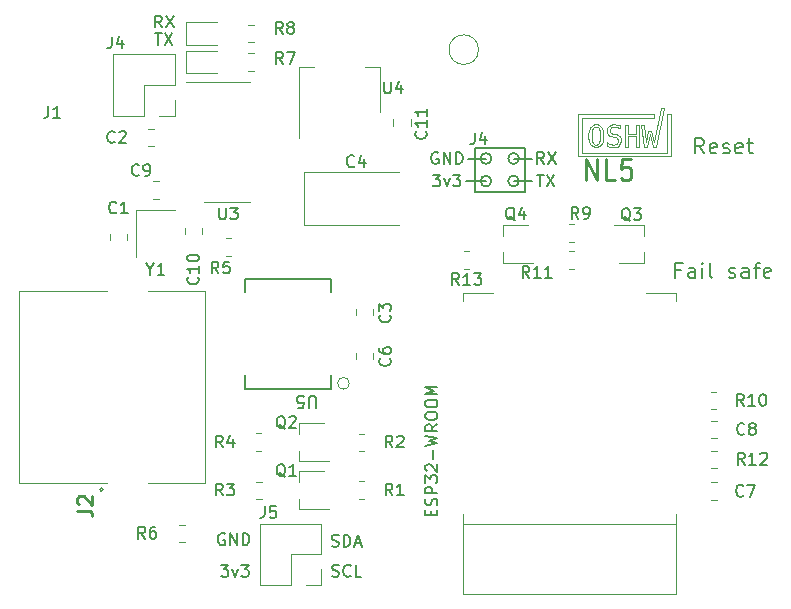
<source format=gto>
G04 #@! TF.GenerationSoftware,KiCad,Pcbnew,(6.0.8-1)-1*
G04 #@! TF.CreationDate,2023-02-13T12:35:40+01:00*
G04 #@! TF.ProjectId,ithowifi_4l,6974686f-7769-4666-995f-346c2e6b6963,rev?*
G04 #@! TF.SameCoordinates,Original*
G04 #@! TF.FileFunction,Legend,Top*
G04 #@! TF.FilePolarity,Positive*
%FSLAX46Y46*%
G04 Gerber Fmt 4.6, Leading zero omitted, Abs format (unit mm)*
G04 Created by KiCad (PCBNEW (6.0.8-1)-1) date 2023-02-13 12:35:40*
%MOMM*%
%LPD*%
G01*
G04 APERTURE LIST*
%ADD10C,0.150000*%
%ADD11C,0.120000*%
%ADD12C,0.223242*%
%ADD13C,0.254000*%
%ADD14C,0.100000*%
%ADD15C,0.200000*%
G04 APERTURE END LIST*
D10*
X90043000Y-118364000D02*
X90043000Y-118491000D01*
X91389905Y-119253000D02*
G75*
G03*
X91389905Y-119253000I-457905J0D01*
G01*
X93726000Y-121158000D02*
G75*
G03*
X93726000Y-121158000I-457905J0D01*
G01*
X93726000Y-119253000D02*
G75*
G03*
X93726000Y-119253000I-457905J0D01*
G01*
D11*
X99651693Y-116889581D02*
X99740710Y-116629383D01*
X102694384Y-116385188D02*
X102694384Y-116385188D01*
X101214941Y-118170605D02*
X101192894Y-118161511D01*
X100232672Y-116554961D02*
X100191605Y-116554961D01*
X104816910Y-117136774D02*
X104566364Y-118237000D01*
X100164321Y-116351558D02*
X100232672Y-116351558D01*
X99972500Y-117923361D02*
X100068964Y-118025621D01*
X102358713Y-117731286D02*
X102358713Y-117789401D01*
X100569740Y-117662655D02*
X100590964Y-117400273D01*
X99875487Y-117225267D02*
X99875487Y-117312897D01*
X101486960Y-117058542D02*
X101697805Y-117148356D01*
X99076500Y-115791031D02*
X105179825Y-115791031D01*
X102222285Y-118111067D02*
X102195000Y-118134232D01*
X100673372Y-118074389D02*
X100506078Y-118213327D01*
X101456917Y-118244722D02*
X101434869Y-118240048D01*
X101266477Y-117195499D02*
X101198405Y-117076982D01*
X102119211Y-117694050D02*
X102058297Y-117547187D01*
X101437902Y-117318130D02*
X101305339Y-117234919D01*
X100814205Y-117735147D02*
X100724629Y-117995040D01*
X104685389Y-116893696D02*
X104946907Y-116893696D01*
X100520683Y-116758923D02*
X100506626Y-116729967D01*
X101475667Y-117047772D02*
X101486960Y-117058542D01*
X102195000Y-118134232D02*
X102167715Y-118157346D01*
X102119211Y-117747237D02*
X102119211Y-117694050D01*
X101617602Y-117381528D02*
X101437902Y-117318130D01*
X103883917Y-118237000D02*
X103632000Y-118237000D01*
X101718750Y-118273119D02*
X101653157Y-118273119D01*
X99896153Y-116963139D02*
X99875487Y-117225267D01*
X100396385Y-118025875D02*
X100492570Y-117924733D01*
X100301023Y-118272865D02*
X100232672Y-118272865D01*
X104474569Y-117888360D02*
X104685389Y-116893696D01*
X100506078Y-116411096D02*
X100673372Y-116550034D01*
X101762296Y-116555266D02*
X101633309Y-116576196D01*
X100699006Y-116589709D02*
X100724629Y-116629383D01*
X101659766Y-118069716D02*
X101718750Y-118069716D01*
X100724629Y-116629383D02*
X100814205Y-116889581D01*
X102013928Y-117985388D02*
X102031292Y-117971062D01*
X100492570Y-116700757D02*
X100396385Y-116598548D01*
X101169460Y-116842997D02*
X101210806Y-116675713D01*
X100191605Y-116554961D02*
X100068964Y-116598548D01*
X99740710Y-117996107D02*
X99651693Y-117736519D01*
X100569740Y-116963139D02*
X100520683Y-116758923D01*
X100506078Y-118213327D02*
X100301023Y-118272865D01*
X101728671Y-117155824D02*
X101860136Y-117185593D01*
X101169460Y-116898928D02*
X101169460Y-116842997D01*
X101835605Y-116352117D02*
X101984160Y-116372793D01*
X101887421Y-118048481D02*
X101996286Y-117999459D01*
X101994081Y-118238372D02*
X101787371Y-118273119D01*
X103632000Y-117144241D02*
X103632000Y-116385188D01*
X101434321Y-116734692D02*
X101408687Y-116828926D01*
X101363490Y-116476983D02*
X101530231Y-116389353D01*
X102058297Y-117547187D02*
X102046171Y-117535046D01*
X100590964Y-117225267D02*
X100569740Y-116963139D01*
X100164046Y-118272865D02*
X99958997Y-118213327D01*
X106250029Y-118757639D02*
X99076500Y-118757639D01*
X99958444Y-117894456D02*
X99972500Y-117923361D01*
X102252053Y-116448586D02*
X102252053Y-116702993D01*
X100590964Y-117312897D02*
X100590964Y-117312897D01*
X101478694Y-118249395D02*
X101456917Y-118244722D01*
X100396385Y-116598548D02*
X100273464Y-116554961D01*
X102946301Y-118237000D02*
X102694384Y-118237000D01*
X99896153Y-117661538D02*
X99944382Y-117865246D01*
X105305504Y-118237000D02*
X105068471Y-118237000D01*
X103632000Y-118237000D02*
X103632000Y-117355061D01*
X102022747Y-116592452D02*
X102003723Y-116586153D01*
X102031292Y-117971062D02*
X102092750Y-117882873D01*
X102328944Y-117530372D02*
X102358713Y-117680842D01*
D10*
X90932000Y-119253000D02*
X89408000Y-119253000D01*
D11*
X102946301Y-117144241D02*
X103632000Y-117144241D01*
X102092750Y-117882873D02*
X102119211Y-117781172D01*
X100520683Y-117866617D02*
X100569740Y-117662655D01*
X100232672Y-118272865D02*
X100164046Y-118272865D01*
X101633309Y-116576196D02*
X101528859Y-116624456D01*
X99958997Y-118213327D02*
X99791703Y-118075253D01*
X101286046Y-117215361D02*
X101266477Y-117195499D01*
X101408687Y-116860371D02*
X101408687Y-116907209D01*
X105179825Y-115473531D02*
X98759000Y-115473531D01*
X104297073Y-116385188D02*
X104474569Y-117888360D01*
X105179825Y-115791031D02*
X105179825Y-115473531D01*
X105068471Y-118237000D02*
X104816910Y-117136774D01*
X104329281Y-118237000D02*
X104052878Y-116385188D01*
X99651693Y-117736519D02*
X99613654Y-117418714D01*
X102003997Y-116376958D02*
X102023570Y-116380819D01*
X100273464Y-116554961D02*
X100232672Y-116554961D01*
X100852788Y-117312897D02*
X100852788Y-117312897D01*
X102085033Y-117263571D02*
X102219800Y-117354807D01*
X105761079Y-115009371D02*
X106005274Y-115009371D01*
X101792059Y-116555266D02*
X101762296Y-116555266D01*
X99791703Y-118075253D02*
X99766343Y-118035832D01*
X101528859Y-116624456D02*
X101511770Y-116638477D01*
X100724629Y-117995040D02*
X100699006Y-118034715D01*
X100590964Y-117312897D02*
X100590964Y-117225267D01*
X101464364Y-117037003D02*
X101475667Y-117047772D01*
X101408687Y-116907209D02*
X101464364Y-117037003D01*
X100232672Y-116351558D02*
X100301023Y-116351558D01*
D10*
X90043000Y-118491000D02*
X90043000Y-122047000D01*
D11*
X101408687Y-116828926D02*
X101408687Y-116860371D01*
D10*
X91389905Y-121158000D02*
G75*
G03*
X91389905Y-121158000I-457905J0D01*
G01*
D11*
X101946954Y-117470276D02*
X101824033Y-117428925D01*
X106256633Y-115473531D02*
X106250029Y-118757639D01*
X101824033Y-117428925D02*
X101794264Y-117422321D01*
X102167715Y-118157346D02*
X101994081Y-118238372D01*
X106005274Y-115009371D02*
X105305504Y-118237000D01*
X103632000Y-116385188D02*
X103883917Y-116385188D01*
X101779659Y-116352117D02*
X101835605Y-116352117D01*
X100492570Y-117924733D02*
X100506626Y-117895827D01*
X102023570Y-116380819D02*
X102230280Y-116440611D01*
X103883917Y-116385188D02*
X103883917Y-118237000D01*
X104052878Y-116385188D02*
X104052878Y-116385188D01*
X100852788Y-117207081D02*
X100852788Y-117312897D01*
X102239648Y-117376550D02*
X102259490Y-117398089D01*
X102219800Y-117354807D02*
X102239648Y-117376550D01*
X99875487Y-117312897D02*
X99875487Y-117400019D01*
X101434869Y-118240048D02*
X101214941Y-118170605D01*
X106567529Y-115473531D02*
X106256633Y-115473531D01*
X101483104Y-118034461D02*
X101659766Y-118069716D01*
X101811353Y-116555266D02*
X101792059Y-116555266D01*
X101335657Y-116502079D02*
X101363490Y-116476983D01*
X100068964Y-116598548D02*
X99972500Y-116700757D01*
X101996286Y-117999459D02*
X102013928Y-117985388D01*
X99766343Y-118035832D02*
X99740710Y-117996107D01*
X100068964Y-118025621D02*
X100191605Y-118069462D01*
X100506626Y-117895827D02*
X100520683Y-117866617D01*
X101461885Y-118027552D02*
X101483104Y-118034461D01*
X99613654Y-117312897D02*
X99613654Y-117207081D01*
X101511770Y-116638477D02*
X101494407Y-116651989D01*
X101198405Y-117076982D02*
X101169460Y-116943327D01*
X102946301Y-116385188D02*
X102946301Y-117144241D01*
X101718750Y-118069716D02*
X101760914Y-118069716D01*
D10*
X94234000Y-122047000D02*
X94234000Y-118364000D01*
D11*
X101307819Y-116526869D02*
X101335657Y-116502079D01*
X98759000Y-119075139D02*
X106567529Y-119075139D01*
X100273464Y-118069462D02*
X100396385Y-118025875D01*
X99076500Y-118757639D02*
X99076500Y-115791031D01*
X101530231Y-116389353D02*
X101717094Y-116352117D01*
X99613654Y-117207081D02*
X99651693Y-116889581D01*
X100814205Y-116889581D02*
X100852788Y-117207081D01*
X101494407Y-116651989D02*
X101434321Y-116734692D01*
X101653157Y-118273119D02*
X101478694Y-118249395D01*
X98759000Y-115473531D02*
X98759000Y-115473531D01*
X102003723Y-116586153D02*
X101811353Y-116555266D01*
X102694384Y-118237000D02*
X102694384Y-116385188D01*
X101440661Y-118020389D02*
X101461885Y-118027552D01*
X101697805Y-117148356D02*
X101728671Y-117155824D01*
X99958444Y-116729967D02*
X99944382Y-116758923D01*
X102946301Y-117355061D02*
X102946301Y-118237000D01*
X101984160Y-116372793D02*
X102003997Y-116376958D01*
X102259490Y-117398089D02*
X102328944Y-117530372D01*
X99740710Y-116629383D02*
X99766343Y-116589709D01*
X99959820Y-116411096D02*
X100164321Y-116351558D01*
X99875487Y-117400019D02*
X99896153Y-117661538D01*
X104566364Y-118237000D02*
X104329281Y-118237000D01*
D10*
X94234000Y-118364000D02*
X90043000Y-118364000D01*
D11*
X101169460Y-116943327D02*
X101169460Y-116898928D01*
X101210806Y-116675713D02*
X101307819Y-116526869D01*
X102230280Y-116440611D02*
X102252053Y-116448891D01*
X100191605Y-118069462D02*
X100232672Y-118069462D01*
X101660599Y-117391180D02*
X101617602Y-117381528D01*
X102358713Y-117680842D02*
X102358713Y-117731286D01*
D10*
X93268095Y-121158000D02*
X94869000Y-121158000D01*
D11*
X99766343Y-116589709D02*
X99791977Y-116550034D01*
X101192894Y-118161511D02*
X101192894Y-117894964D01*
X101903408Y-117195499D02*
X102085033Y-117263571D01*
X102252053Y-116702993D02*
X102233029Y-116690597D01*
X103632000Y-117355061D02*
X102946301Y-117355061D01*
X99791977Y-116550034D02*
X99959820Y-116411096D01*
X100301023Y-116351558D02*
X100506078Y-116411096D01*
X98759000Y-115473531D02*
X98759000Y-119075139D01*
X100852788Y-117418460D02*
X100814205Y-117735147D01*
X99944382Y-116758923D02*
X99896153Y-116963139D01*
D10*
X90932000Y-121158000D02*
X89281000Y-121158000D01*
D11*
X102034040Y-117522651D02*
X101946954Y-117470276D01*
X102041762Y-116598548D02*
X102022747Y-116592452D01*
X101305339Y-117234919D02*
X101286046Y-117215361D01*
X102358713Y-117789401D02*
X102317646Y-117963899D01*
X101717094Y-116352117D02*
X101779659Y-116352117D01*
X101216592Y-117909848D02*
X101440661Y-118020389D01*
X102046171Y-117535046D02*
X102034040Y-117522651D01*
X101787371Y-118273119D02*
X101718750Y-118273119D01*
X104052878Y-116385188D02*
X104297073Y-116385188D01*
X102694384Y-116385188D02*
X102946301Y-116385188D01*
X106567529Y-119075139D02*
X106567529Y-115473531D01*
X104946907Y-116893696D02*
X105160267Y-117890849D01*
X100673372Y-116550034D02*
X100699006Y-116589709D01*
D10*
X93268095Y-119253000D02*
X94869000Y-119253000D01*
D11*
X102233029Y-116690597D02*
X102041762Y-116598548D01*
X99613654Y-117418714D02*
X99613654Y-117312897D01*
X100699006Y-118034715D02*
X100673372Y-118074389D01*
X102317646Y-117963899D02*
X102222285Y-118111067D01*
X101794264Y-117422321D02*
X101660599Y-117391180D01*
X100852788Y-117312897D02*
X100852788Y-117418460D01*
D10*
X90043000Y-122047000D02*
X94234000Y-122047000D01*
D11*
X102252053Y-116448891D02*
X102252053Y-116448586D01*
X101760914Y-118069716D02*
X101887421Y-118048481D01*
X101192894Y-117894964D02*
X101216592Y-117909848D01*
X99972500Y-116700757D02*
X99958444Y-116729967D01*
X105160267Y-117890849D02*
X105761079Y-115009371D01*
X101860136Y-117185593D02*
X101903408Y-117195499D01*
X99944382Y-117865246D02*
X99958444Y-117894456D01*
X100232672Y-118069462D02*
X100273464Y-118069462D01*
X102119211Y-117781172D02*
X102119211Y-117747237D01*
X100590964Y-117400273D02*
X100590964Y-117312897D01*
X100506626Y-116729967D02*
X100492570Y-116700757D01*
D10*
X77905123Y-154608161D02*
X78047980Y-154655780D01*
X78286076Y-154655780D01*
X78381314Y-154608161D01*
X78428933Y-154560542D01*
X78476552Y-154465304D01*
X78476552Y-154370066D01*
X78428933Y-154274828D01*
X78381314Y-154227209D01*
X78286076Y-154179590D01*
X78095600Y-154131971D01*
X78000361Y-154084352D01*
X77952742Y-154036733D01*
X77905123Y-153941495D01*
X77905123Y-153846257D01*
X77952742Y-153751019D01*
X78000361Y-153703400D01*
X78095600Y-153655780D01*
X78333695Y-153655780D01*
X78476552Y-153703400D01*
X79476552Y-154560542D02*
X79428933Y-154608161D01*
X79286076Y-154655780D01*
X79190838Y-154655780D01*
X79047980Y-154608161D01*
X78952742Y-154512923D01*
X78905123Y-154417685D01*
X78857504Y-154227209D01*
X78857504Y-154084352D01*
X78905123Y-153893876D01*
X78952742Y-153798638D01*
X79047980Y-153703400D01*
X79190838Y-153655780D01*
X79286076Y-153655780D01*
X79428933Y-153703400D01*
X79476552Y-153751019D01*
X80381314Y-154655780D02*
X79905123Y-154655780D01*
X79905123Y-153655780D01*
X77881314Y-152068161D02*
X78024171Y-152115780D01*
X78262266Y-152115780D01*
X78357504Y-152068161D01*
X78405123Y-152020542D01*
X78452742Y-151925304D01*
X78452742Y-151830066D01*
X78405123Y-151734828D01*
X78357504Y-151687209D01*
X78262266Y-151639590D01*
X78071790Y-151591971D01*
X77976552Y-151544352D01*
X77928933Y-151496733D01*
X77881314Y-151401495D01*
X77881314Y-151306257D01*
X77928933Y-151211019D01*
X77976552Y-151163400D01*
X78071790Y-151115780D01*
X78309885Y-151115780D01*
X78452742Y-151163400D01*
X78881314Y-152115780D02*
X78881314Y-151115780D01*
X79119409Y-151115780D01*
X79262266Y-151163400D01*
X79357504Y-151258638D01*
X79405123Y-151353876D01*
X79452742Y-151544352D01*
X79452742Y-151687209D01*
X79405123Y-151877685D01*
X79357504Y-151972923D01*
X79262266Y-152068161D01*
X79119409Y-152115780D01*
X78881314Y-152115780D01*
X79833695Y-151830066D02*
X80309885Y-151830066D01*
X79738457Y-152115780D02*
X80071790Y-151115780D01*
X80405123Y-152115780D01*
X68808695Y-151036400D02*
X68713457Y-150988780D01*
X68570600Y-150988780D01*
X68427742Y-151036400D01*
X68332504Y-151131638D01*
X68284885Y-151226876D01*
X68237266Y-151417352D01*
X68237266Y-151560209D01*
X68284885Y-151750685D01*
X68332504Y-151845923D01*
X68427742Y-151941161D01*
X68570600Y-151988780D01*
X68665838Y-151988780D01*
X68808695Y-151941161D01*
X68856314Y-151893542D01*
X68856314Y-151560209D01*
X68665838Y-151560209D01*
X69284885Y-151988780D02*
X69284885Y-150988780D01*
X69856314Y-151988780D01*
X69856314Y-150988780D01*
X70332504Y-151988780D02*
X70332504Y-150988780D01*
X70570600Y-150988780D01*
X70713457Y-151036400D01*
X70808695Y-151131638D01*
X70856314Y-151226876D01*
X70903933Y-151417352D01*
X70903933Y-151560209D01*
X70856314Y-151750685D01*
X70808695Y-151845923D01*
X70713457Y-151941161D01*
X70570600Y-151988780D01*
X70332504Y-151988780D01*
X68507123Y-153655780D02*
X69126171Y-153655780D01*
X68792838Y-154036733D01*
X68935695Y-154036733D01*
X69030933Y-154084352D01*
X69078552Y-154131971D01*
X69126171Y-154227209D01*
X69126171Y-154465304D01*
X69078552Y-154560542D01*
X69030933Y-154608161D01*
X68935695Y-154655780D01*
X68649980Y-154655780D01*
X68554742Y-154608161D01*
X68507123Y-154560542D01*
X69459504Y-153989114D02*
X69697600Y-154655780D01*
X69935695Y-153989114D01*
X70221409Y-153655780D02*
X70840457Y-153655780D01*
X70507123Y-154036733D01*
X70649980Y-154036733D01*
X70745219Y-154084352D01*
X70792838Y-154131971D01*
X70840457Y-154227209D01*
X70840457Y-154465304D01*
X70792838Y-154560542D01*
X70745219Y-154608161D01*
X70649980Y-154655780D01*
X70364266Y-154655780D01*
X70269028Y-154608161D01*
X70221409Y-154560542D01*
X86868095Y-118753000D02*
X86772857Y-118705380D01*
X86630000Y-118705380D01*
X86487142Y-118753000D01*
X86391904Y-118848238D01*
X86344285Y-118943476D01*
X86296666Y-119133952D01*
X86296666Y-119276809D01*
X86344285Y-119467285D01*
X86391904Y-119562523D01*
X86487142Y-119657761D01*
X86630000Y-119705380D01*
X86725238Y-119705380D01*
X86868095Y-119657761D01*
X86915714Y-119610142D01*
X86915714Y-119276809D01*
X86725238Y-119276809D01*
X87344285Y-119705380D02*
X87344285Y-118705380D01*
X87915714Y-119705380D01*
X87915714Y-118705380D01*
X88391904Y-119705380D02*
X88391904Y-118705380D01*
X88630000Y-118705380D01*
X88772857Y-118753000D01*
X88868095Y-118848238D01*
X88915714Y-118943476D01*
X88963333Y-119133952D01*
X88963333Y-119276809D01*
X88915714Y-119467285D01*
X88868095Y-119562523D01*
X88772857Y-119657761D01*
X88630000Y-119705380D01*
X88391904Y-119705380D01*
X86439523Y-120610380D02*
X87058571Y-120610380D01*
X86725238Y-120991333D01*
X86868095Y-120991333D01*
X86963333Y-121038952D01*
X87010952Y-121086571D01*
X87058571Y-121181809D01*
X87058571Y-121419904D01*
X87010952Y-121515142D01*
X86963333Y-121562761D01*
X86868095Y-121610380D01*
X86582380Y-121610380D01*
X86487142Y-121562761D01*
X86439523Y-121515142D01*
X87391904Y-120943714D02*
X87630000Y-121610380D01*
X87868095Y-120943714D01*
X88153809Y-120610380D02*
X88772857Y-120610380D01*
X88439523Y-120991333D01*
X88582380Y-120991333D01*
X88677619Y-121038952D01*
X88725238Y-121086571D01*
X88772857Y-121181809D01*
X88772857Y-121419904D01*
X88725238Y-121515142D01*
X88677619Y-121562761D01*
X88582380Y-121610380D01*
X88296666Y-121610380D01*
X88201428Y-121562761D01*
X88153809Y-121515142D01*
X95845333Y-119705380D02*
X95512000Y-119229190D01*
X95273904Y-119705380D02*
X95273904Y-118705380D01*
X95654857Y-118705380D01*
X95750095Y-118753000D01*
X95797714Y-118800619D01*
X95845333Y-118895857D01*
X95845333Y-119038714D01*
X95797714Y-119133952D01*
X95750095Y-119181571D01*
X95654857Y-119229190D01*
X95273904Y-119229190D01*
X96178666Y-118705380D02*
X96845333Y-119705380D01*
X96845333Y-118705380D02*
X96178666Y-119705380D01*
X95250095Y-120610380D02*
X95821523Y-120610380D01*
X95535809Y-121610380D02*
X95535809Y-120610380D01*
X96059619Y-120610380D02*
X96726285Y-121610380D01*
X96726285Y-120610380D02*
X96059619Y-121610380D01*
X89963666Y-117054380D02*
X89963666Y-117768666D01*
X89916047Y-117911523D01*
X89820809Y-118006761D01*
X89677952Y-118054380D01*
X89582714Y-118054380D01*
X90868428Y-117387714D02*
X90868428Y-118054380D01*
X90630333Y-117006761D02*
X90392238Y-117721047D01*
X91011285Y-117721047D01*
D12*
X99427132Y-121050837D02*
X99427132Y-119264897D01*
X100345616Y-121050837D01*
X100345616Y-119264897D01*
X101876421Y-121050837D02*
X101111019Y-121050837D01*
X101111019Y-119264897D01*
X103177606Y-119264897D02*
X102412203Y-119264897D01*
X102335663Y-120115344D01*
X102412203Y-120030300D01*
X102565284Y-119945255D01*
X102947985Y-119945255D01*
X103101066Y-120030300D01*
X103177606Y-120115344D01*
X103254147Y-120285434D01*
X103254147Y-120710658D01*
X103177606Y-120880747D01*
X103101066Y-120965792D01*
X102947985Y-121050837D01*
X102565284Y-121050837D01*
X102412203Y-120965792D01*
X102335663Y-120880747D01*
D10*
X86288571Y-149470380D02*
X86288571Y-149137047D01*
X86812380Y-148994190D02*
X86812380Y-149470380D01*
X85812380Y-149470380D01*
X85812380Y-148994190D01*
X86764761Y-148613238D02*
X86812380Y-148470380D01*
X86812380Y-148232285D01*
X86764761Y-148137047D01*
X86717142Y-148089428D01*
X86621904Y-148041809D01*
X86526666Y-148041809D01*
X86431428Y-148089428D01*
X86383809Y-148137047D01*
X86336190Y-148232285D01*
X86288571Y-148422761D01*
X86240952Y-148518000D01*
X86193333Y-148565619D01*
X86098095Y-148613238D01*
X86002857Y-148613238D01*
X85907619Y-148565619D01*
X85860000Y-148518000D01*
X85812380Y-148422761D01*
X85812380Y-148184666D01*
X85860000Y-148041809D01*
X86812380Y-147613238D02*
X85812380Y-147613238D01*
X85812380Y-147232285D01*
X85860000Y-147137047D01*
X85907619Y-147089428D01*
X86002857Y-147041809D01*
X86145714Y-147041809D01*
X86240952Y-147089428D01*
X86288571Y-147137047D01*
X86336190Y-147232285D01*
X86336190Y-147613238D01*
X85812380Y-146708476D02*
X85812380Y-146089428D01*
X86193333Y-146422761D01*
X86193333Y-146279904D01*
X86240952Y-146184666D01*
X86288571Y-146137047D01*
X86383809Y-146089428D01*
X86621904Y-146089428D01*
X86717142Y-146137047D01*
X86764761Y-146184666D01*
X86812380Y-146279904D01*
X86812380Y-146565619D01*
X86764761Y-146660857D01*
X86717142Y-146708476D01*
X85907619Y-145708476D02*
X85860000Y-145660857D01*
X85812380Y-145565619D01*
X85812380Y-145327523D01*
X85860000Y-145232285D01*
X85907619Y-145184666D01*
X86002857Y-145137047D01*
X86098095Y-145137047D01*
X86240952Y-145184666D01*
X86812380Y-145756095D01*
X86812380Y-145137047D01*
X86431428Y-144708476D02*
X86431428Y-143946571D01*
X85812380Y-143565619D02*
X86812380Y-143327523D01*
X86098095Y-143137047D01*
X86812380Y-142946571D01*
X85812380Y-142708476D01*
X86812380Y-141756095D02*
X86336190Y-142089428D01*
X86812380Y-142327523D02*
X85812380Y-142327523D01*
X85812380Y-141946571D01*
X85860000Y-141851333D01*
X85907619Y-141803714D01*
X86002857Y-141756095D01*
X86145714Y-141756095D01*
X86240952Y-141803714D01*
X86288571Y-141851333D01*
X86336190Y-141946571D01*
X86336190Y-142327523D01*
X85812380Y-141137047D02*
X85812380Y-140946571D01*
X85860000Y-140851333D01*
X85955238Y-140756095D01*
X86145714Y-140708476D01*
X86479047Y-140708476D01*
X86669523Y-140756095D01*
X86764761Y-140851333D01*
X86812380Y-140946571D01*
X86812380Y-141137047D01*
X86764761Y-141232285D01*
X86669523Y-141327523D01*
X86479047Y-141375142D01*
X86145714Y-141375142D01*
X85955238Y-141327523D01*
X85860000Y-141232285D01*
X85812380Y-141137047D01*
X85812380Y-140089428D02*
X85812380Y-139898952D01*
X85860000Y-139803714D01*
X85955238Y-139708476D01*
X86145714Y-139660857D01*
X86479047Y-139660857D01*
X86669523Y-139708476D01*
X86764761Y-139803714D01*
X86812380Y-139898952D01*
X86812380Y-140089428D01*
X86764761Y-140184666D01*
X86669523Y-140279904D01*
X86479047Y-140327523D01*
X86145714Y-140327523D01*
X85955238Y-140279904D01*
X85860000Y-140184666D01*
X85812380Y-140089428D01*
X86812380Y-139232285D02*
X85812380Y-139232285D01*
X86526666Y-138898952D01*
X85812380Y-138565619D01*
X86812380Y-138565619D01*
X112751142Y-140186380D02*
X112417809Y-139710190D01*
X112179714Y-140186380D02*
X112179714Y-139186380D01*
X112560666Y-139186380D01*
X112655904Y-139234000D01*
X112703523Y-139281619D01*
X112751142Y-139376857D01*
X112751142Y-139519714D01*
X112703523Y-139614952D01*
X112655904Y-139662571D01*
X112560666Y-139710190D01*
X112179714Y-139710190D01*
X113703523Y-140186380D02*
X113132095Y-140186380D01*
X113417809Y-140186380D02*
X113417809Y-139186380D01*
X113322571Y-139329238D01*
X113227333Y-139424476D01*
X113132095Y-139472095D01*
X114322571Y-139186380D02*
X114417809Y-139186380D01*
X114513047Y-139234000D01*
X114560666Y-139281619D01*
X114608285Y-139376857D01*
X114655904Y-139567333D01*
X114655904Y-139805428D01*
X114608285Y-139995904D01*
X114560666Y-140091142D01*
X114513047Y-140138761D01*
X114417809Y-140186380D01*
X114322571Y-140186380D01*
X114227333Y-140138761D01*
X114179714Y-140091142D01*
X114132095Y-139995904D01*
X114084476Y-139805428D01*
X114084476Y-139567333D01*
X114132095Y-139376857D01*
X114179714Y-139281619D01*
X114227333Y-139234000D01*
X114322571Y-139186380D01*
X72183666Y-148677380D02*
X72183666Y-149391666D01*
X72136047Y-149534523D01*
X72040809Y-149629761D01*
X71897952Y-149677380D01*
X71802714Y-149677380D01*
X73136047Y-148677380D02*
X72659857Y-148677380D01*
X72612238Y-149153571D01*
X72659857Y-149105952D01*
X72755095Y-149058333D01*
X72993190Y-149058333D01*
X73088428Y-149105952D01*
X73136047Y-149153571D01*
X73183666Y-149248809D01*
X73183666Y-149486904D01*
X73136047Y-149582142D01*
X73088428Y-149629761D01*
X72993190Y-149677380D01*
X72755095Y-149677380D01*
X72659857Y-149629761D01*
X72612238Y-149582142D01*
X112831642Y-145168880D02*
X112498309Y-144692690D01*
X112260214Y-145168880D02*
X112260214Y-144168880D01*
X112641166Y-144168880D01*
X112736404Y-144216500D01*
X112784023Y-144264119D01*
X112831642Y-144359357D01*
X112831642Y-144502214D01*
X112784023Y-144597452D01*
X112736404Y-144645071D01*
X112641166Y-144692690D01*
X112260214Y-144692690D01*
X113784023Y-145168880D02*
X113212595Y-145168880D01*
X113498309Y-145168880D02*
X113498309Y-144168880D01*
X113403071Y-144311738D01*
X113307833Y-144406976D01*
X113212595Y-144454595D01*
X114164976Y-144264119D02*
X114212595Y-144216500D01*
X114307833Y-144168880D01*
X114545928Y-144168880D01*
X114641166Y-144216500D01*
X114688785Y-144264119D01*
X114736404Y-144359357D01*
X114736404Y-144454595D01*
X114688785Y-144597452D01*
X114117357Y-145168880D01*
X114736404Y-145168880D01*
X88644642Y-129957380D02*
X88311309Y-129481190D01*
X88073214Y-129957380D02*
X88073214Y-128957380D01*
X88454166Y-128957380D01*
X88549404Y-129005000D01*
X88597023Y-129052619D01*
X88644642Y-129147857D01*
X88644642Y-129290714D01*
X88597023Y-129385952D01*
X88549404Y-129433571D01*
X88454166Y-129481190D01*
X88073214Y-129481190D01*
X89597023Y-129957380D02*
X89025595Y-129957380D01*
X89311309Y-129957380D02*
X89311309Y-128957380D01*
X89216071Y-129100238D01*
X89120833Y-129195476D01*
X89025595Y-129243095D01*
X89930357Y-128957380D02*
X90549404Y-128957380D01*
X90216071Y-129338333D01*
X90358928Y-129338333D01*
X90454166Y-129385952D01*
X90501785Y-129433571D01*
X90549404Y-129528809D01*
X90549404Y-129766904D01*
X90501785Y-129862142D01*
X90454166Y-129909761D01*
X90358928Y-129957380D01*
X90073214Y-129957380D01*
X89977976Y-129909761D01*
X89930357Y-129862142D01*
X53870266Y-114793780D02*
X53870266Y-115508066D01*
X53822647Y-115650923D01*
X53727409Y-115746161D01*
X53584552Y-115793780D01*
X53489314Y-115793780D01*
X54870266Y-115793780D02*
X54298838Y-115793780D01*
X54584552Y-115793780D02*
X54584552Y-114793780D01*
X54489314Y-114936638D01*
X54394076Y-115031876D01*
X54298838Y-115079495D01*
X112719333Y-147774642D02*
X112671714Y-147822261D01*
X112528857Y-147869880D01*
X112433619Y-147869880D01*
X112290761Y-147822261D01*
X112195523Y-147727023D01*
X112147904Y-147631785D01*
X112100285Y-147441309D01*
X112100285Y-147298452D01*
X112147904Y-147107976D01*
X112195523Y-147012738D01*
X112290761Y-146917500D01*
X112433619Y-146869880D01*
X112528857Y-146869880D01*
X112671714Y-146917500D01*
X112719333Y-146965119D01*
X113052666Y-146869880D02*
X113719333Y-146869880D01*
X113290761Y-147869880D01*
X73945761Y-142152619D02*
X73850523Y-142105000D01*
X73755285Y-142009761D01*
X73612428Y-141866904D01*
X73517190Y-141819285D01*
X73421952Y-141819285D01*
X73469571Y-142057380D02*
X73374333Y-142009761D01*
X73279095Y-141914523D01*
X73231476Y-141724047D01*
X73231476Y-141390714D01*
X73279095Y-141200238D01*
X73374333Y-141105000D01*
X73469571Y-141057380D01*
X73660047Y-141057380D01*
X73755285Y-141105000D01*
X73850523Y-141200238D01*
X73898142Y-141390714D01*
X73898142Y-141724047D01*
X73850523Y-141914523D01*
X73755285Y-142009761D01*
X73660047Y-142057380D01*
X73469571Y-142057380D01*
X74279095Y-141152619D02*
X74326714Y-141105000D01*
X74421952Y-141057380D01*
X74660047Y-141057380D01*
X74755285Y-141105000D01*
X74802904Y-141152619D01*
X74850523Y-141247857D01*
X74850523Y-141343095D01*
X74802904Y-141485952D01*
X74231476Y-142057380D01*
X74850523Y-142057380D01*
X73945761Y-146216619D02*
X73850523Y-146169000D01*
X73755285Y-146073761D01*
X73612428Y-145930904D01*
X73517190Y-145883285D01*
X73421952Y-145883285D01*
X73469571Y-146121380D02*
X73374333Y-146073761D01*
X73279095Y-145978523D01*
X73231476Y-145788047D01*
X73231476Y-145454714D01*
X73279095Y-145264238D01*
X73374333Y-145169000D01*
X73469571Y-145121380D01*
X73660047Y-145121380D01*
X73755285Y-145169000D01*
X73850523Y-145264238D01*
X73898142Y-145454714D01*
X73898142Y-145788047D01*
X73850523Y-145978523D01*
X73755285Y-146073761D01*
X73660047Y-146121380D01*
X73469571Y-146121380D01*
X74850523Y-146121380D02*
X74279095Y-146121380D01*
X74564809Y-146121380D02*
X74564809Y-145121380D01*
X74469571Y-145264238D01*
X74374333Y-145359476D01*
X74279095Y-145407095D01*
X83018333Y-147772380D02*
X82685000Y-147296190D01*
X82446904Y-147772380D02*
X82446904Y-146772380D01*
X82827857Y-146772380D01*
X82923095Y-146820000D01*
X82970714Y-146867619D01*
X83018333Y-146962857D01*
X83018333Y-147105714D01*
X82970714Y-147200952D01*
X82923095Y-147248571D01*
X82827857Y-147296190D01*
X82446904Y-147296190D01*
X83970714Y-147772380D02*
X83399285Y-147772380D01*
X83685000Y-147772380D02*
X83685000Y-146772380D01*
X83589761Y-146915238D01*
X83494523Y-147010476D01*
X83399285Y-147058095D01*
X83018333Y-143708380D02*
X82685000Y-143232190D01*
X82446904Y-143708380D02*
X82446904Y-142708380D01*
X82827857Y-142708380D01*
X82923095Y-142756000D01*
X82970714Y-142803619D01*
X83018333Y-142898857D01*
X83018333Y-143041714D01*
X82970714Y-143136952D01*
X82923095Y-143184571D01*
X82827857Y-143232190D01*
X82446904Y-143232190D01*
X83399285Y-142803619D02*
X83446904Y-142756000D01*
X83542142Y-142708380D01*
X83780238Y-142708380D01*
X83875476Y-142756000D01*
X83923095Y-142803619D01*
X83970714Y-142898857D01*
X83970714Y-142994095D01*
X83923095Y-143136952D01*
X83351666Y-143708380D01*
X83970714Y-143708380D01*
X68667333Y-147772380D02*
X68334000Y-147296190D01*
X68095904Y-147772380D02*
X68095904Y-146772380D01*
X68476857Y-146772380D01*
X68572095Y-146820000D01*
X68619714Y-146867619D01*
X68667333Y-146962857D01*
X68667333Y-147105714D01*
X68619714Y-147200952D01*
X68572095Y-147248571D01*
X68476857Y-147296190D01*
X68095904Y-147296190D01*
X69000666Y-146772380D02*
X69619714Y-146772380D01*
X69286380Y-147153333D01*
X69429238Y-147153333D01*
X69524476Y-147200952D01*
X69572095Y-147248571D01*
X69619714Y-147343809D01*
X69619714Y-147581904D01*
X69572095Y-147677142D01*
X69524476Y-147724761D01*
X69429238Y-147772380D01*
X69143523Y-147772380D01*
X69048285Y-147724761D01*
X69000666Y-147677142D01*
X68286333Y-128976380D02*
X67953000Y-128500190D01*
X67714904Y-128976380D02*
X67714904Y-127976380D01*
X68095857Y-127976380D01*
X68191095Y-128024000D01*
X68238714Y-128071619D01*
X68286333Y-128166857D01*
X68286333Y-128309714D01*
X68238714Y-128404952D01*
X68191095Y-128452571D01*
X68095857Y-128500190D01*
X67714904Y-128500190D01*
X69191095Y-127976380D02*
X68714904Y-127976380D01*
X68667285Y-128452571D01*
X68714904Y-128404952D01*
X68810142Y-128357333D01*
X69048238Y-128357333D01*
X69143476Y-128404952D01*
X69191095Y-128452571D01*
X69238714Y-128547809D01*
X69238714Y-128785904D01*
X69191095Y-128881142D01*
X69143476Y-128928761D01*
X69048238Y-128976380D01*
X68810142Y-128976380D01*
X68714904Y-128928761D01*
X68667285Y-128881142D01*
X82296095Y-112736380D02*
X82296095Y-113545904D01*
X82343714Y-113641142D01*
X82391333Y-113688761D01*
X82486571Y-113736380D01*
X82677047Y-113736380D01*
X82772285Y-113688761D01*
X82819904Y-113641142D01*
X82867523Y-113545904D01*
X82867523Y-112736380D01*
X83772285Y-113069714D02*
X83772285Y-113736380D01*
X83534190Y-112688761D02*
X83296095Y-113403047D01*
X83915142Y-113403047D01*
X62079633Y-151429980D02*
X61746300Y-150953790D01*
X61508204Y-151429980D02*
X61508204Y-150429980D01*
X61889157Y-150429980D01*
X61984395Y-150477600D01*
X62032014Y-150525219D01*
X62079633Y-150620457D01*
X62079633Y-150763314D01*
X62032014Y-150858552D01*
X61984395Y-150906171D01*
X61889157Y-150953790D01*
X61508204Y-150953790D01*
X62936776Y-150429980D02*
X62746300Y-150429980D01*
X62651061Y-150477600D01*
X62603442Y-150525219D01*
X62508204Y-150668076D01*
X62460585Y-150858552D01*
X62460585Y-151239504D01*
X62508204Y-151334742D01*
X62555823Y-151382361D01*
X62651061Y-151429980D01*
X62841538Y-151429980D01*
X62936776Y-151382361D01*
X62984395Y-151334742D01*
X63032014Y-151239504D01*
X63032014Y-151001409D01*
X62984395Y-150906171D01*
X62936776Y-150858552D01*
X62841538Y-150810933D01*
X62651061Y-150810933D01*
X62555823Y-150858552D01*
X62508204Y-150906171D01*
X62460585Y-151001409D01*
X76529904Y-140342119D02*
X76529904Y-139532595D01*
X76482285Y-139437357D01*
X76434666Y-139389738D01*
X76339428Y-139342119D01*
X76148952Y-139342119D01*
X76053714Y-139389738D01*
X76006095Y-139437357D01*
X75958476Y-139532595D01*
X75958476Y-140342119D01*
X75006095Y-140342119D02*
X75482285Y-140342119D01*
X75529904Y-139865928D01*
X75482285Y-139913547D01*
X75387047Y-139961166D01*
X75148952Y-139961166D01*
X75053714Y-139913547D01*
X75006095Y-139865928D01*
X74958476Y-139770690D01*
X74958476Y-139532595D01*
X75006095Y-139437357D01*
X75053714Y-139389738D01*
X75148952Y-139342119D01*
X75387047Y-139342119D01*
X75482285Y-139389738D01*
X75529904Y-139437357D01*
D13*
X56327523Y-149076833D02*
X57234666Y-149076833D01*
X57416095Y-149137309D01*
X57537047Y-149258261D01*
X57597523Y-149439690D01*
X57597523Y-149560642D01*
X56448476Y-148532547D02*
X56388000Y-148472071D01*
X56327523Y-148351119D01*
X56327523Y-148048738D01*
X56388000Y-147927785D01*
X56448476Y-147867309D01*
X56569428Y-147806833D01*
X56690380Y-147806833D01*
X56871809Y-147867309D01*
X57597523Y-148593023D01*
X57597523Y-147806833D01*
D10*
X68667333Y-143708380D02*
X68334000Y-143232190D01*
X68095904Y-143708380D02*
X68095904Y-142708380D01*
X68476857Y-142708380D01*
X68572095Y-142756000D01*
X68619714Y-142803619D01*
X68667333Y-142898857D01*
X68667333Y-143041714D01*
X68619714Y-143136952D01*
X68572095Y-143184571D01*
X68476857Y-143232190D01*
X68095904Y-143232190D01*
X69524476Y-143041714D02*
X69524476Y-143708380D01*
X69286380Y-142660761D02*
X69048285Y-143375047D01*
X69667333Y-143375047D01*
X82780142Y-136183666D02*
X82827761Y-136231285D01*
X82875380Y-136374142D01*
X82875380Y-136469380D01*
X82827761Y-136612238D01*
X82732523Y-136707476D01*
X82637285Y-136755095D01*
X82446809Y-136802714D01*
X82303952Y-136802714D01*
X82113476Y-136755095D01*
X82018238Y-136707476D01*
X81923000Y-136612238D01*
X81875380Y-136469380D01*
X81875380Y-136374142D01*
X81923000Y-136231285D01*
X81970619Y-136183666D01*
X81875380Y-135326523D02*
X81875380Y-135517000D01*
X81923000Y-135612238D01*
X81970619Y-135659857D01*
X82113476Y-135755095D01*
X82303952Y-135802714D01*
X82684904Y-135802714D01*
X82780142Y-135755095D01*
X82827761Y-135707476D01*
X82875380Y-135612238D01*
X82875380Y-135421761D01*
X82827761Y-135326523D01*
X82780142Y-135278904D01*
X82684904Y-135231285D01*
X82446809Y-135231285D01*
X82351571Y-135278904D01*
X82303952Y-135326523D01*
X82256333Y-135421761D01*
X82256333Y-135612238D01*
X82303952Y-135707476D01*
X82351571Y-135755095D01*
X82446809Y-135802714D01*
X82780142Y-132500666D02*
X82827761Y-132548285D01*
X82875380Y-132691142D01*
X82875380Y-132786380D01*
X82827761Y-132929238D01*
X82732523Y-133024476D01*
X82637285Y-133072095D01*
X82446809Y-133119714D01*
X82303952Y-133119714D01*
X82113476Y-133072095D01*
X82018238Y-133024476D01*
X81923000Y-132929238D01*
X81875380Y-132786380D01*
X81875380Y-132691142D01*
X81923000Y-132548285D01*
X81970619Y-132500666D01*
X81875380Y-132167333D02*
X81875380Y-131548285D01*
X82256333Y-131881619D01*
X82256333Y-131738761D01*
X82303952Y-131643523D01*
X82351571Y-131595904D01*
X82446809Y-131548285D01*
X82684904Y-131548285D01*
X82780142Y-131595904D01*
X82827761Y-131643523D01*
X82875380Y-131738761D01*
X82875380Y-132024476D01*
X82827761Y-132119714D01*
X82780142Y-132167333D01*
X94607142Y-129357380D02*
X94273809Y-128881190D01*
X94035714Y-129357380D02*
X94035714Y-128357380D01*
X94416666Y-128357380D01*
X94511904Y-128405000D01*
X94559523Y-128452619D01*
X94607142Y-128547857D01*
X94607142Y-128690714D01*
X94559523Y-128785952D01*
X94511904Y-128833571D01*
X94416666Y-128881190D01*
X94035714Y-128881190D01*
X95559523Y-129357380D02*
X94988095Y-129357380D01*
X95273809Y-129357380D02*
X95273809Y-128357380D01*
X95178571Y-128500238D01*
X95083333Y-128595476D01*
X94988095Y-128643095D01*
X96511904Y-129357380D02*
X95940476Y-129357380D01*
X96226190Y-129357380D02*
X96226190Y-128357380D01*
X96130952Y-128500238D01*
X96035714Y-128595476D01*
X95940476Y-128643095D01*
X93376761Y-124499619D02*
X93281523Y-124452000D01*
X93186285Y-124356761D01*
X93043428Y-124213904D01*
X92948190Y-124166285D01*
X92852952Y-124166285D01*
X92900571Y-124404380D02*
X92805333Y-124356761D01*
X92710095Y-124261523D01*
X92662476Y-124071047D01*
X92662476Y-123737714D01*
X92710095Y-123547238D01*
X92805333Y-123452000D01*
X92900571Y-123404380D01*
X93091047Y-123404380D01*
X93186285Y-123452000D01*
X93281523Y-123547238D01*
X93329142Y-123737714D01*
X93329142Y-124071047D01*
X93281523Y-124261523D01*
X93186285Y-124356761D01*
X93091047Y-124404380D01*
X92900571Y-124404380D01*
X94186285Y-123737714D02*
X94186285Y-124404380D01*
X93948190Y-123356761D02*
X93710095Y-124071047D01*
X94329142Y-124071047D01*
X103154761Y-124539619D02*
X103059523Y-124492000D01*
X102964285Y-124396761D01*
X102821428Y-124253904D01*
X102726190Y-124206285D01*
X102630952Y-124206285D01*
X102678571Y-124444380D02*
X102583333Y-124396761D01*
X102488095Y-124301523D01*
X102440476Y-124111047D01*
X102440476Y-123777714D01*
X102488095Y-123587238D01*
X102583333Y-123492000D01*
X102678571Y-123444380D01*
X102869047Y-123444380D01*
X102964285Y-123492000D01*
X103059523Y-123587238D01*
X103107142Y-123777714D01*
X103107142Y-124111047D01*
X103059523Y-124301523D01*
X102964285Y-124396761D01*
X102869047Y-124444380D01*
X102678571Y-124444380D01*
X103440476Y-123444380D02*
X104059523Y-123444380D01*
X103726190Y-123825333D01*
X103869047Y-123825333D01*
X103964285Y-123872952D01*
X104011904Y-123920571D01*
X104059523Y-124015809D01*
X104059523Y-124253904D01*
X104011904Y-124349142D01*
X103964285Y-124396761D01*
X103869047Y-124444380D01*
X103583333Y-124444380D01*
X103488095Y-124396761D01*
X103440476Y-124349142D01*
X79767133Y-119888342D02*
X79719514Y-119935961D01*
X79576657Y-119983580D01*
X79481419Y-119983580D01*
X79338561Y-119935961D01*
X79243323Y-119840723D01*
X79195704Y-119745485D01*
X79148085Y-119555009D01*
X79148085Y-119412152D01*
X79195704Y-119221676D01*
X79243323Y-119126438D01*
X79338561Y-119031200D01*
X79481419Y-118983580D01*
X79576657Y-118983580D01*
X79719514Y-119031200D01*
X79767133Y-119078819D01*
X80624276Y-119316914D02*
X80624276Y-119983580D01*
X80386180Y-118935961D02*
X80148085Y-119650247D01*
X80767133Y-119650247D01*
X98766333Y-124371380D02*
X98433000Y-123895190D01*
X98194904Y-124371380D02*
X98194904Y-123371380D01*
X98575857Y-123371380D01*
X98671095Y-123419000D01*
X98718714Y-123466619D01*
X98766333Y-123561857D01*
X98766333Y-123704714D01*
X98718714Y-123799952D01*
X98671095Y-123847571D01*
X98575857Y-123895190D01*
X98194904Y-123895190D01*
X99242523Y-124371380D02*
X99433000Y-124371380D01*
X99528238Y-124323761D01*
X99575857Y-124276142D01*
X99671095Y-124133285D01*
X99718714Y-123942809D01*
X99718714Y-123561857D01*
X99671095Y-123466619D01*
X99623476Y-123419000D01*
X99528238Y-123371380D01*
X99337761Y-123371380D01*
X99242523Y-123419000D01*
X99194904Y-123466619D01*
X99147285Y-123561857D01*
X99147285Y-123799952D01*
X99194904Y-123895190D01*
X99242523Y-123942809D01*
X99337761Y-123990428D01*
X99528238Y-123990428D01*
X99623476Y-123942809D01*
X99671095Y-123895190D01*
X99718714Y-123799952D01*
X112815033Y-142546342D02*
X112767414Y-142593961D01*
X112624557Y-142641580D01*
X112529319Y-142641580D01*
X112386461Y-142593961D01*
X112291223Y-142498723D01*
X112243604Y-142403485D01*
X112195985Y-142213009D01*
X112195985Y-142070152D01*
X112243604Y-141879676D01*
X112291223Y-141784438D01*
X112386461Y-141689200D01*
X112529319Y-141641580D01*
X112624557Y-141641580D01*
X112767414Y-141689200D01*
X112815033Y-141736819D01*
X113386461Y-142070152D02*
X113291223Y-142022533D01*
X113243604Y-141974914D01*
X113195985Y-141879676D01*
X113195985Y-141832057D01*
X113243604Y-141736819D01*
X113291223Y-141689200D01*
X113386461Y-141641580D01*
X113576938Y-141641580D01*
X113672176Y-141689200D01*
X113719795Y-141736819D01*
X113767414Y-141832057D01*
X113767414Y-141879676D01*
X113719795Y-141974914D01*
X113672176Y-142022533D01*
X113576938Y-142070152D01*
X113386461Y-142070152D01*
X113291223Y-142117771D01*
X113243604Y-142165390D01*
X113195985Y-142260628D01*
X113195985Y-142451104D01*
X113243604Y-142546342D01*
X113291223Y-142593961D01*
X113386461Y-142641580D01*
X113576938Y-142641580D01*
X113672176Y-142593961D01*
X113719795Y-142546342D01*
X113767414Y-142451104D01*
X113767414Y-142260628D01*
X113719795Y-142165390D01*
X113672176Y-142117771D01*
X113576938Y-142070152D01*
X107407523Y-128685153D02*
X106974190Y-128685153D01*
X106974190Y-129366106D02*
X106974190Y-128066106D01*
X107593238Y-128066106D01*
X108645619Y-129366106D02*
X108645619Y-128685153D01*
X108583714Y-128561344D01*
X108459904Y-128499439D01*
X108212285Y-128499439D01*
X108088476Y-128561344D01*
X108645619Y-129304201D02*
X108521809Y-129366106D01*
X108212285Y-129366106D01*
X108088476Y-129304201D01*
X108026571Y-129180391D01*
X108026571Y-129056582D01*
X108088476Y-128932772D01*
X108212285Y-128870868D01*
X108521809Y-128870868D01*
X108645619Y-128808963D01*
X109264666Y-129366106D02*
X109264666Y-128499439D01*
X109264666Y-128066106D02*
X109202761Y-128128011D01*
X109264666Y-128189915D01*
X109326571Y-128128011D01*
X109264666Y-128066106D01*
X109264666Y-128189915D01*
X110069428Y-129366106D02*
X109945619Y-129304201D01*
X109883714Y-129180391D01*
X109883714Y-128066106D01*
X111493238Y-129304201D02*
X111617047Y-129366106D01*
X111864666Y-129366106D01*
X111988476Y-129304201D01*
X112050380Y-129180391D01*
X112050380Y-129118487D01*
X111988476Y-128994677D01*
X111864666Y-128932772D01*
X111678952Y-128932772D01*
X111555142Y-128870868D01*
X111493238Y-128747058D01*
X111493238Y-128685153D01*
X111555142Y-128561344D01*
X111678952Y-128499439D01*
X111864666Y-128499439D01*
X111988476Y-128561344D01*
X113164666Y-129366106D02*
X113164666Y-128685153D01*
X113102761Y-128561344D01*
X112978952Y-128499439D01*
X112731333Y-128499439D01*
X112607523Y-128561344D01*
X113164666Y-129304201D02*
X113040857Y-129366106D01*
X112731333Y-129366106D01*
X112607523Y-129304201D01*
X112545619Y-129180391D01*
X112545619Y-129056582D01*
X112607523Y-128932772D01*
X112731333Y-128870868D01*
X113040857Y-128870868D01*
X113164666Y-128808963D01*
X113598000Y-128499439D02*
X114093238Y-128499439D01*
X113783714Y-129366106D02*
X113783714Y-128251820D01*
X113845619Y-128128011D01*
X113969428Y-128066106D01*
X114093238Y-128066106D01*
X115021809Y-129304201D02*
X114898000Y-129366106D01*
X114650380Y-129366106D01*
X114526571Y-129304201D01*
X114464666Y-129180391D01*
X114464666Y-128685153D01*
X114526571Y-128561344D01*
X114650380Y-128499439D01*
X114898000Y-128499439D01*
X115021809Y-128561344D01*
X115083714Y-128685153D01*
X115083714Y-128808963D01*
X114464666Y-128932772D01*
X61555333Y-120626142D02*
X61507714Y-120673761D01*
X61364857Y-120721380D01*
X61269619Y-120721380D01*
X61126761Y-120673761D01*
X61031523Y-120578523D01*
X60983904Y-120483285D01*
X60936285Y-120292809D01*
X60936285Y-120149952D01*
X60983904Y-119959476D01*
X61031523Y-119864238D01*
X61126761Y-119769000D01*
X61269619Y-119721380D01*
X61364857Y-119721380D01*
X61507714Y-119769000D01*
X61555333Y-119816619D01*
X62031523Y-120721380D02*
X62222000Y-120721380D01*
X62317238Y-120673761D01*
X62364857Y-120626142D01*
X62460095Y-120483285D01*
X62507714Y-120292809D01*
X62507714Y-119911857D01*
X62460095Y-119816619D01*
X62412476Y-119769000D01*
X62317238Y-119721380D01*
X62126761Y-119721380D01*
X62031523Y-119769000D01*
X61983904Y-119816619D01*
X61936285Y-119911857D01*
X61936285Y-120149952D01*
X61983904Y-120245190D01*
X62031523Y-120292809D01*
X62126761Y-120340428D01*
X62317238Y-120340428D01*
X62412476Y-120292809D01*
X62460095Y-120245190D01*
X62507714Y-120149952D01*
X66524142Y-129293857D02*
X66571761Y-129341476D01*
X66619380Y-129484333D01*
X66619380Y-129579571D01*
X66571761Y-129722428D01*
X66476523Y-129817666D01*
X66381285Y-129865285D01*
X66190809Y-129912904D01*
X66047952Y-129912904D01*
X65857476Y-129865285D01*
X65762238Y-129817666D01*
X65667000Y-129722428D01*
X65619380Y-129579571D01*
X65619380Y-129484333D01*
X65667000Y-129341476D01*
X65714619Y-129293857D01*
X66619380Y-128341476D02*
X66619380Y-128912904D01*
X66619380Y-128627190D02*
X65619380Y-128627190D01*
X65762238Y-128722428D01*
X65857476Y-128817666D01*
X65905095Y-128912904D01*
X65619380Y-127722428D02*
X65619380Y-127627190D01*
X65667000Y-127531952D01*
X65714619Y-127484333D01*
X65809857Y-127436714D01*
X66000333Y-127389095D01*
X66238428Y-127389095D01*
X66428904Y-127436714D01*
X66524142Y-127484333D01*
X66571761Y-127531952D01*
X66619380Y-127627190D01*
X66619380Y-127722428D01*
X66571761Y-127817666D01*
X66524142Y-127865285D01*
X66428904Y-127912904D01*
X66238428Y-127960523D01*
X66000333Y-127960523D01*
X65809857Y-127912904D01*
X65714619Y-127865285D01*
X65667000Y-127817666D01*
X65619380Y-127722428D01*
X59229666Y-108926380D02*
X59229666Y-109640666D01*
X59182047Y-109783523D01*
X59086809Y-109878761D01*
X58943952Y-109926380D01*
X58848714Y-109926380D01*
X60134428Y-109259714D02*
X60134428Y-109926380D01*
X59896333Y-108878761D02*
X59658238Y-109593047D01*
X60277285Y-109593047D01*
X59495333Y-117832142D02*
X59447714Y-117879761D01*
X59304857Y-117927380D01*
X59209619Y-117927380D01*
X59066761Y-117879761D01*
X58971523Y-117784523D01*
X58923904Y-117689285D01*
X58876285Y-117498809D01*
X58876285Y-117355952D01*
X58923904Y-117165476D01*
X58971523Y-117070238D01*
X59066761Y-116975000D01*
X59209619Y-116927380D01*
X59304857Y-116927380D01*
X59447714Y-116975000D01*
X59495333Y-117022619D01*
X59876285Y-117022619D02*
X59923904Y-116975000D01*
X60019142Y-116927380D01*
X60257238Y-116927380D01*
X60352476Y-116975000D01*
X60400095Y-117022619D01*
X60447714Y-117117857D01*
X60447714Y-117213095D01*
X60400095Y-117355952D01*
X59828666Y-117927380D01*
X60447714Y-117927380D01*
X63506833Y-108148380D02*
X63173500Y-107672190D01*
X62935404Y-108148380D02*
X62935404Y-107148380D01*
X63316357Y-107148380D01*
X63411595Y-107196000D01*
X63459214Y-107243619D01*
X63506833Y-107338857D01*
X63506833Y-107481714D01*
X63459214Y-107576952D01*
X63411595Y-107624571D01*
X63316357Y-107672190D01*
X62935404Y-107672190D01*
X63840166Y-107148380D02*
X64506833Y-108148380D01*
X64506833Y-107148380D02*
X63840166Y-108148380D01*
X73730333Y-111230380D02*
X73397000Y-110754190D01*
X73158904Y-111230380D02*
X73158904Y-110230380D01*
X73539857Y-110230380D01*
X73635095Y-110278000D01*
X73682714Y-110325619D01*
X73730333Y-110420857D01*
X73730333Y-110563714D01*
X73682714Y-110658952D01*
X73635095Y-110706571D01*
X73539857Y-110754190D01*
X73158904Y-110754190D01*
X74063666Y-110230380D02*
X74730333Y-110230380D01*
X74301761Y-111230380D01*
X73730333Y-108690380D02*
X73397000Y-108214190D01*
X73158904Y-108690380D02*
X73158904Y-107690380D01*
X73539857Y-107690380D01*
X73635095Y-107738000D01*
X73682714Y-107785619D01*
X73730333Y-107880857D01*
X73730333Y-108023714D01*
X73682714Y-108118952D01*
X73635095Y-108166571D01*
X73539857Y-108214190D01*
X73158904Y-108214190D01*
X74301761Y-108118952D02*
X74206523Y-108071333D01*
X74158904Y-108023714D01*
X74111285Y-107928476D01*
X74111285Y-107880857D01*
X74158904Y-107785619D01*
X74206523Y-107738000D01*
X74301761Y-107690380D01*
X74492238Y-107690380D01*
X74587476Y-107738000D01*
X74635095Y-107785619D01*
X74682714Y-107880857D01*
X74682714Y-107928476D01*
X74635095Y-108023714D01*
X74587476Y-108071333D01*
X74492238Y-108118952D01*
X74301761Y-108118952D01*
X74206523Y-108166571D01*
X74158904Y-108214190D01*
X74111285Y-108309428D01*
X74111285Y-108499904D01*
X74158904Y-108595142D01*
X74206523Y-108642761D01*
X74301761Y-108690380D01*
X74492238Y-108690380D01*
X74587476Y-108642761D01*
X74635095Y-108595142D01*
X74682714Y-108499904D01*
X74682714Y-108309428D01*
X74635095Y-108214190D01*
X74587476Y-108166571D01*
X74492238Y-108118952D01*
X68326095Y-123404380D02*
X68326095Y-124213904D01*
X68373714Y-124309142D01*
X68421333Y-124356761D01*
X68516571Y-124404380D01*
X68707047Y-124404380D01*
X68802285Y-124356761D01*
X68849904Y-124309142D01*
X68897523Y-124213904D01*
X68897523Y-123404380D01*
X69278476Y-123404380D02*
X69897523Y-123404380D01*
X69564190Y-123785333D01*
X69707047Y-123785333D01*
X69802285Y-123832952D01*
X69849904Y-123880571D01*
X69897523Y-123975809D01*
X69897523Y-124213904D01*
X69849904Y-124309142D01*
X69802285Y-124356761D01*
X69707047Y-124404380D01*
X69421333Y-124404380D01*
X69326095Y-124356761D01*
X69278476Y-124309142D01*
X62515809Y-128627190D02*
X62515809Y-129103380D01*
X62182476Y-128103380D02*
X62515809Y-128627190D01*
X62849142Y-128103380D01*
X63706285Y-129103380D02*
X63134857Y-129103380D01*
X63420571Y-129103380D02*
X63420571Y-128103380D01*
X63325333Y-128246238D01*
X63230095Y-128341476D01*
X63134857Y-128389095D01*
X62911595Y-108642880D02*
X63483023Y-108642880D01*
X63197309Y-109642880D02*
X63197309Y-108642880D01*
X63721119Y-108642880D02*
X64387785Y-109642880D01*
X64387785Y-108642880D02*
X63721119Y-109642880D01*
X59650333Y-123801142D02*
X59602714Y-123848761D01*
X59459857Y-123896380D01*
X59364619Y-123896380D01*
X59221761Y-123848761D01*
X59126523Y-123753523D01*
X59078904Y-123658285D01*
X59031285Y-123467809D01*
X59031285Y-123324952D01*
X59078904Y-123134476D01*
X59126523Y-123039238D01*
X59221761Y-122944000D01*
X59364619Y-122896380D01*
X59459857Y-122896380D01*
X59602714Y-122944000D01*
X59650333Y-122991619D01*
X60602714Y-123896380D02*
X60031285Y-123896380D01*
X60317000Y-123896380D02*
X60317000Y-122896380D01*
X60221761Y-123039238D01*
X60126523Y-123134476D01*
X60031285Y-123182095D01*
X109388469Y-118825095D02*
X108955135Y-118206047D01*
X108645612Y-118825095D02*
X108645612Y-117525095D01*
X109140850Y-117525095D01*
X109264659Y-117587000D01*
X109326564Y-117648904D01*
X109388469Y-117772714D01*
X109388469Y-117958428D01*
X109326564Y-118082238D01*
X109264659Y-118144142D01*
X109140850Y-118206047D01*
X108645612Y-118206047D01*
X110440850Y-118763190D02*
X110317040Y-118825095D01*
X110069421Y-118825095D01*
X109945612Y-118763190D01*
X109883707Y-118639380D01*
X109883707Y-118144142D01*
X109945612Y-118020333D01*
X110069421Y-117958428D01*
X110317040Y-117958428D01*
X110440850Y-118020333D01*
X110502754Y-118144142D01*
X110502754Y-118267952D01*
X109883707Y-118391761D01*
X110997993Y-118763190D02*
X111121802Y-118825095D01*
X111369421Y-118825095D01*
X111493231Y-118763190D01*
X111555135Y-118639380D01*
X111555135Y-118577476D01*
X111493231Y-118453666D01*
X111369421Y-118391761D01*
X111183707Y-118391761D01*
X111059897Y-118329857D01*
X110997993Y-118206047D01*
X110997993Y-118144142D01*
X111059897Y-118020333D01*
X111183707Y-117958428D01*
X111369421Y-117958428D01*
X111493231Y-118020333D01*
X112607516Y-118763190D02*
X112483707Y-118825095D01*
X112236088Y-118825095D01*
X112112278Y-118763190D01*
X112050373Y-118639380D01*
X112050373Y-118144142D01*
X112112278Y-118020333D01*
X112236088Y-117958428D01*
X112483707Y-117958428D01*
X112607516Y-118020333D01*
X112669421Y-118144142D01*
X112669421Y-118267952D01*
X112050373Y-118391761D01*
X113040850Y-117958428D02*
X113536088Y-117958428D01*
X113226564Y-117525095D02*
X113226564Y-118639380D01*
X113288469Y-118763190D01*
X113412278Y-118825095D01*
X113536088Y-118825095D01*
X85828142Y-116949457D02*
X85875761Y-116997076D01*
X85923380Y-117139933D01*
X85923380Y-117235171D01*
X85875761Y-117378028D01*
X85780523Y-117473266D01*
X85685285Y-117520885D01*
X85494809Y-117568504D01*
X85351952Y-117568504D01*
X85161476Y-117520885D01*
X85066238Y-117473266D01*
X84971000Y-117378028D01*
X84923380Y-117235171D01*
X84923380Y-117139933D01*
X84971000Y-116997076D01*
X85018619Y-116949457D01*
X85923380Y-115997076D02*
X85923380Y-116568504D01*
X85923380Y-116282790D02*
X84923380Y-116282790D01*
X85066238Y-116378028D01*
X85161476Y-116473266D01*
X85209095Y-116568504D01*
X85923380Y-115044695D02*
X85923380Y-115616123D01*
X85923380Y-115330409D02*
X84923380Y-115330409D01*
X85066238Y-115425647D01*
X85161476Y-115520885D01*
X85209095Y-115616123D01*
D11*
X106993200Y-156105406D02*
X106993200Y-149355406D01*
X106243200Y-130605406D02*
X104493200Y-130605406D01*
X88993200Y-131355406D02*
X88993200Y-130605406D01*
X88993200Y-150165406D02*
X106993200Y-150165406D01*
X106993200Y-131355406D02*
X106993200Y-130605406D01*
X88993200Y-156105406D02*
X88993200Y-149355406D01*
X106993200Y-130605406D02*
X106243200Y-130605406D01*
X88993200Y-130605406D02*
X89743200Y-130605406D01*
X89743200Y-130605406D02*
X91493200Y-130605406D01*
X106993200Y-156105406D02*
X88993200Y-156105406D01*
X110446064Y-140469000D02*
X109991936Y-140469000D01*
X110446064Y-138999000D02*
X109991936Y-138999000D01*
X76996600Y-154025600D02*
X76996600Y-155355600D01*
X74396600Y-155355600D02*
X71796600Y-155355600D01*
X71796600Y-155355600D02*
X71796600Y-150155600D01*
X76996600Y-152755600D02*
X74396600Y-152755600D01*
X76996600Y-155355600D02*
X75666600Y-155355600D01*
X74396600Y-152755600D02*
X74396600Y-155355600D01*
X76996600Y-152755600D02*
X76996600Y-150155600D01*
X76996600Y-150155600D02*
X71796600Y-150155600D01*
X110015436Y-145489600D02*
X110469564Y-145489600D01*
X110015436Y-144019600D02*
X110469564Y-144019600D01*
X89514564Y-128590000D02*
X89060436Y-128590000D01*
X89514564Y-127120000D02*
X89060436Y-127120000D01*
X110493252Y-148147500D02*
X109970748Y-148147500D01*
X110493252Y-146677500D02*
X109970748Y-146677500D01*
X77213202Y-141674092D02*
X75063202Y-141674092D01*
X75063202Y-144894092D02*
X75063202Y-143984092D01*
X77638202Y-144894092D02*
X75063202Y-144894092D01*
X75063202Y-142584092D02*
X75063202Y-141674092D01*
X75063200Y-146646600D02*
X75063200Y-145736600D01*
X77213200Y-145736600D02*
X75063200Y-145736600D01*
X75063200Y-148956600D02*
X75063200Y-148046600D01*
X77638200Y-148956600D02*
X75063200Y-148956600D01*
X80161636Y-146585000D02*
X80615764Y-146585000D01*
X80161636Y-148055000D02*
X80615764Y-148055000D01*
X80161636Y-142584500D02*
X80615764Y-142584500D01*
X80161636Y-144054500D02*
X80615764Y-144054500D01*
X71935264Y-148107000D02*
X71481136Y-148107000D01*
X71935264Y-146637000D02*
X71481136Y-146637000D01*
X69338564Y-127481000D02*
X68884436Y-127481000D01*
X69338564Y-126011000D02*
X68884436Y-126011000D01*
X75101400Y-111539500D02*
X76361400Y-111539500D01*
X81921400Y-111539500D02*
X80661400Y-111539500D01*
X81921400Y-115299500D02*
X81921400Y-111539500D01*
X75101400Y-117549500D02*
X75101400Y-111539500D01*
X65417864Y-150242600D02*
X64963736Y-150242600D01*
X65417864Y-151712600D02*
X64963736Y-151712600D01*
D10*
X77818000Y-138744500D02*
X77818000Y-137594500D01*
X70518000Y-129444500D02*
X70518000Y-130594500D01*
X70518000Y-137594500D02*
X70518000Y-138744500D01*
X77818000Y-130594500D02*
X77818000Y-129444500D01*
X77818000Y-129444500D02*
X70518000Y-129444500D01*
X70518000Y-138744500D02*
X77818000Y-138744500D01*
D11*
X79368000Y-138294500D02*
G75*
G03*
X79368000Y-138294500I-500000J0D01*
G01*
D14*
X51432500Y-146736500D02*
X58832500Y-146736500D01*
D15*
X58372500Y-147376500D02*
X58372500Y-147376500D01*
X58372500Y-147176500D02*
X58372500Y-147176500D01*
D14*
X67182500Y-130456500D02*
X67182500Y-146736500D01*
X62332500Y-130456500D02*
X67182500Y-130456500D01*
X51432500Y-130476500D02*
X51432500Y-146736500D01*
X67182500Y-146736500D02*
X62332500Y-146736500D01*
X58832500Y-130476500D02*
X51432500Y-130476500D01*
D15*
X58372500Y-147176500D02*
G75*
G03*
X58372500Y-147376500I0J-100000D01*
G01*
X58372500Y-147376500D02*
G75*
G03*
X58372500Y-147176500I0J100000D01*
G01*
D11*
X71882764Y-143978500D02*
X71428636Y-143978500D01*
X71882764Y-142508500D02*
X71428636Y-142508500D01*
X79910000Y-136217252D02*
X79910000Y-135694748D01*
X81380000Y-136217252D02*
X81380000Y-135694748D01*
X79910000Y-132006748D02*
X79910000Y-132529252D01*
X81380000Y-132006748D02*
X81380000Y-132529252D01*
X98404564Y-127120000D02*
X97950436Y-127120000D01*
X98404564Y-128590000D02*
X97950436Y-128590000D01*
X92380000Y-125792000D02*
X92380000Y-124882000D01*
X94955000Y-128102000D02*
X92380000Y-128102000D01*
X94530000Y-124882000D02*
X92380000Y-124882000D01*
X92380000Y-128102000D02*
X92380000Y-127192000D01*
X104325000Y-124882000D02*
X104325000Y-125792000D01*
X101750000Y-124882000D02*
X104325000Y-124882000D01*
X102175000Y-128102000D02*
X104325000Y-128102000D01*
X104325000Y-127192000D02*
X104325000Y-128102000D01*
X75523800Y-120371200D02*
X75523800Y-124891200D01*
X75523800Y-124891200D02*
X83583800Y-124891200D01*
X83583800Y-120371200D02*
X75523800Y-120371200D01*
X97950436Y-126304000D02*
X98404564Y-126304000D01*
X97950436Y-124834000D02*
X98404564Y-124834000D01*
X109989948Y-141454200D02*
X110512452Y-141454200D01*
X109989948Y-142924200D02*
X110512452Y-142924200D01*
X63253252Y-122655000D02*
X62730748Y-122655000D01*
X63253252Y-121185000D02*
X62730748Y-121185000D01*
X65432000Y-125148748D02*
X65432000Y-125671252D01*
X66902000Y-125148748D02*
X66902000Y-125671252D01*
X64576000Y-114300000D02*
X64576000Y-115630000D01*
X59376000Y-115630000D02*
X59376000Y-110430000D01*
X64576000Y-115630000D02*
X63246000Y-115630000D01*
X64576000Y-110430000D02*
X59376000Y-110430000D01*
X64576000Y-113030000D02*
X61976000Y-113030000D01*
X61976000Y-113030000D02*
X61976000Y-115630000D01*
X64576000Y-113030000D02*
X64576000Y-110430000D01*
X61976000Y-115630000D02*
X59376000Y-115630000D01*
X62811252Y-116740000D02*
X62288748Y-116740000D01*
X62811252Y-118210000D02*
X62288748Y-118210000D01*
X65514500Y-109626000D02*
X68199500Y-109626000D01*
X68199500Y-107706000D02*
X65514500Y-107706000D01*
X65514500Y-107706000D02*
X65514500Y-109626000D01*
X71276564Y-111827000D02*
X70822436Y-111827000D01*
X71276564Y-110357000D02*
X70822436Y-110357000D01*
X71276564Y-107931000D02*
X70822436Y-107931000D01*
X71276564Y-109401000D02*
X70822436Y-109401000D01*
X69013400Y-112799600D02*
X70963400Y-112799600D01*
X69013400Y-122919600D02*
X67063400Y-122919600D01*
X69013400Y-112799600D02*
X65563400Y-112799600D01*
X69013400Y-122919600D02*
X70963400Y-122919600D01*
X64642000Y-123603000D02*
X61342000Y-123603000D01*
X61342000Y-123603000D02*
X61342000Y-127603000D01*
X90303400Y-110032800D02*
G75*
G03*
X90303400Y-110032800I-1251000J0D01*
G01*
X65514500Y-110132000D02*
X65514500Y-112052000D01*
X68199500Y-110132000D02*
X65514500Y-110132000D01*
X65514500Y-112052000D02*
X68199500Y-112052000D01*
X60552000Y-126179252D02*
X60552000Y-125656748D01*
X59082000Y-126179252D02*
X59082000Y-125656748D01*
X84555000Y-116466252D02*
X84555000Y-115943748D01*
X83085000Y-116466252D02*
X83085000Y-115943748D01*
M02*

</source>
